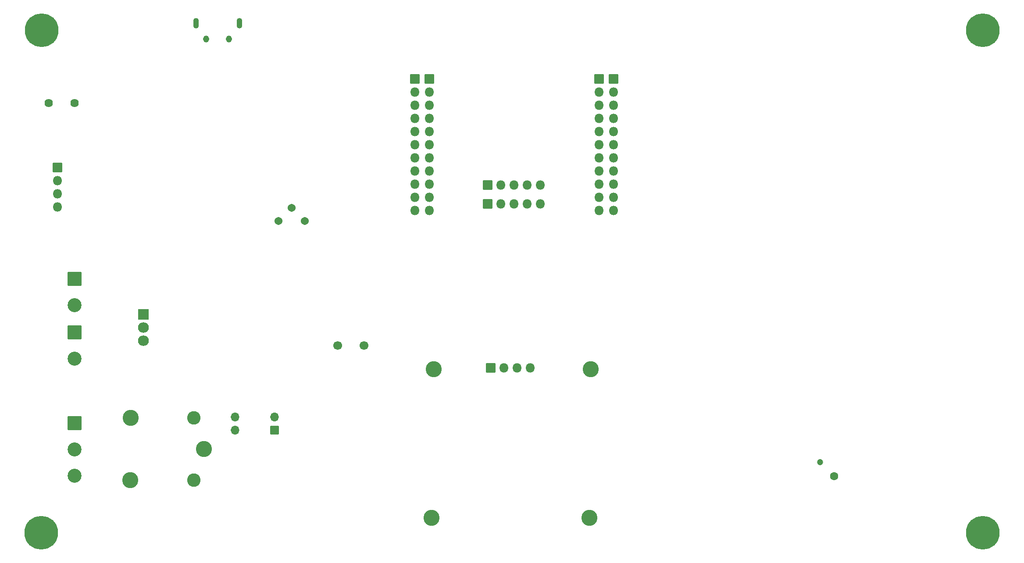
<source format=gbr>
%TF.GenerationSoftware,KiCad,Pcbnew,(6.0.0)*%
%TF.CreationDate,2022-02-10T18:09:30+01:00*%
%TF.ProjectId,ESP32IoTPlatform,45535033-3249-46f5-9450-6c6174666f72,rev?*%
%TF.SameCoordinates,Original*%
%TF.FileFunction,Soldermask,Bot*%
%TF.FilePolarity,Negative*%
%FSLAX46Y46*%
G04 Gerber Fmt 4.6, Leading zero omitted, Abs format (unit mm)*
G04 Created by KiCad (PCBNEW (6.0.0)) date 2022-02-10 18:09:30*
%MOMM*%
%LPD*%
G01*
G04 APERTURE LIST*
G04 Aperture macros list*
%AMRoundRect*
0 Rectangle with rounded corners*
0 $1 Rounding radius*
0 $2 $3 $4 $5 $6 $7 $8 $9 X,Y pos of 4 corners*
0 Add a 4 corners polygon primitive as box body*
4,1,4,$2,$3,$4,$5,$6,$7,$8,$9,$2,$3,0*
0 Add four circle primitives for the rounded corners*
1,1,$1+$1,$2,$3*
1,1,$1+$1,$4,$5*
1,1,$1+$1,$6,$7*
1,1,$1+$1,$8,$9*
0 Add four rect primitives between the rounded corners*
20,1,$1+$1,$2,$3,$4,$5,0*
20,1,$1+$1,$4,$5,$6,$7,0*
20,1,$1+$1,$6,$7,$8,$9,0*
20,1,$1+$1,$8,$9,$2,$3,0*%
G04 Aperture macros list end*
%ADD10RoundRect,0.050000X-1.000000X0.952500X-1.000000X-0.952500X1.000000X-0.952500X1.000000X0.952500X0*%
%ADD11O,2.100000X2.005000*%
%ADD12O,1.100000X2.000000*%
%ADD13O,1.150000X1.350000*%
%ADD14RoundRect,0.050000X-1.300000X1.300000X-1.300000X-1.300000X1.300000X-1.300000X1.300000X1.300000X0*%
%ADD15C,2.700000*%
%ADD16RoundRect,0.050000X0.800000X0.800000X-0.800000X0.800000X-0.800000X-0.800000X0.800000X-0.800000X0*%
%ADD17O,1.700000X1.700000*%
%ADD18RoundRect,0.050000X-0.850000X-0.850000X0.850000X-0.850000X0.850000X0.850000X-0.850000X0.850000X0*%
%ADD19O,1.800000X1.800000*%
%ADD20C,1.540000*%
%ADD21C,0.900000*%
%ADD22C,6.500000*%
%ADD23RoundRect,0.050000X0.850000X-0.850000X0.850000X0.850000X-0.850000X0.850000X-0.850000X-0.850000X0*%
%ADD24C,3.100000*%
%ADD25C,2.600000*%
%ADD26C,1.700000*%
%ADD27C,1.624000*%
%ADD28C,1.200000*%
%ADD29C,1.600000*%
G04 APERTURE END LIST*
D10*
%TO.C,Q3*%
X66655000Y-107260000D03*
D11*
X66655000Y-109800000D03*
X66655000Y-112340000D03*
%TD*%
D12*
%TO.C,J1*%
X76825000Y-51060000D03*
D13*
X78775000Y-54060000D03*
X83225000Y-54060000D03*
D12*
X85175000Y-51060000D03*
%TD*%
D14*
%TO.C,J2*%
X53423999Y-128222999D03*
D15*
X53423999Y-133302999D03*
X53423999Y-138382999D03*
%TD*%
D16*
%TO.C,U6*%
X92031999Y-129619999D03*
D17*
X92031999Y-127079999D03*
X84411999Y-127079999D03*
X84411999Y-129619999D03*
%TD*%
D18*
%TO.C,J5*%
X50113000Y-78943000D03*
D19*
X50113000Y-81483000D03*
X50113000Y-84023000D03*
X50113000Y-86563000D03*
%TD*%
D20*
%TO.C,RV1*%
X97873999Y-89233999D03*
X95333999Y-86693999D03*
X92793999Y-89233999D03*
%TD*%
D21*
%TO.C,H1*%
X45376943Y-54101055D03*
X48771055Y-50706943D03*
X49473999Y-52403999D03*
X47073999Y-50003999D03*
D22*
X47073999Y-52403999D03*
D21*
X47073999Y-54803999D03*
X48771055Y-54101055D03*
X45376943Y-50706943D03*
X44673999Y-52403999D03*
%TD*%
%TO.C,H2*%
X228760999Y-54803999D03*
D22*
X228760999Y-52403999D03*
D21*
X230458055Y-54101055D03*
X228760999Y-50003999D03*
X227063943Y-54101055D03*
X226360999Y-52403999D03*
X230458055Y-50706943D03*
X231160999Y-52403999D03*
X227063943Y-50706943D03*
%TD*%
%TO.C,H3*%
X48644055Y-151129055D03*
X45249943Y-147734943D03*
D22*
X46946999Y-149431999D03*
D21*
X46946999Y-151831999D03*
X46946999Y-147031999D03*
X48644055Y-147734943D03*
X49346999Y-149431999D03*
X44546999Y-149431999D03*
X45249943Y-151129055D03*
%TD*%
%TO.C,H4*%
X231160999Y-149431999D03*
X230458055Y-151129055D03*
X227063943Y-151129055D03*
X227063943Y-147734943D03*
X230458055Y-147734943D03*
X226360999Y-149431999D03*
X228760999Y-147031999D03*
D22*
X228760999Y-149431999D03*
D21*
X228760999Y-151831999D03*
%TD*%
D23*
%TO.C,J7*%
X133179999Y-82248999D03*
D19*
X135719999Y-82248999D03*
X138259999Y-82248999D03*
X140799999Y-82248999D03*
X143339999Y-82248999D03*
%TD*%
D23*
%TO.C,J8*%
X133179999Y-85931999D03*
D19*
X135719999Y-85931999D03*
X138259999Y-85931999D03*
X140799999Y-85931999D03*
X143339999Y-85931999D03*
%TD*%
D24*
%TO.C,K1*%
X78366799Y-133277599D03*
D25*
X76416799Y-139227599D03*
D24*
X64166799Y-139277599D03*
X64216799Y-127227599D03*
D25*
X76416799Y-127227599D03*
%TD*%
D24*
%TO.C,J6*%
X122313999Y-146507999D03*
X153047999Y-117805999D03*
X122743999Y-117805999D03*
X152793999Y-146507999D03*
D23*
X133743999Y-117551999D03*
D19*
X136283999Y-117551999D03*
X138823999Y-117551999D03*
X141363999Y-117551999D03*
%TD*%
D14*
%TO.C,J4*%
X53423999Y-110696999D03*
D15*
X53423999Y-115776999D03*
%TD*%
D14*
%TO.C,J3*%
X53423999Y-100409999D03*
D15*
X53423999Y-105489999D03*
%TD*%
D26*
%TO.C,R19*%
X109303999Y-113236999D03*
X104223999Y-113236999D03*
%TD*%
D27*
%TO.C,BZ1*%
X48423000Y-66452000D03*
X53423000Y-66452000D03*
%TD*%
D18*
%TO.C,J9*%
X121876999Y-61801999D03*
D19*
X121876999Y-64341999D03*
X121876999Y-66881999D03*
X121876999Y-69421999D03*
X121876999Y-71961999D03*
X121876999Y-74501999D03*
X121876999Y-77041999D03*
X121876999Y-79581999D03*
X121876999Y-82121999D03*
X121876999Y-84661999D03*
X121876999Y-87201999D03*
%TD*%
D18*
%TO.C,J11*%
X119082999Y-61801999D03*
D19*
X119082999Y-64341999D03*
X119082999Y-66881999D03*
X119082999Y-69421999D03*
X119082999Y-71961999D03*
X119082999Y-74501999D03*
X119082999Y-77041999D03*
X119082999Y-79581999D03*
X119082999Y-82121999D03*
X119082999Y-84661999D03*
X119082999Y-87201999D03*
%TD*%
D18*
%TO.C,J10*%
X154642999Y-61801999D03*
D19*
X154642999Y-64341999D03*
X154642999Y-66881999D03*
X154642999Y-69421999D03*
X154642999Y-71961999D03*
X154642999Y-74501999D03*
X154642999Y-77041999D03*
X154642999Y-79581999D03*
X154642999Y-82121999D03*
X154642999Y-84661999D03*
X154642999Y-87201999D03*
%TD*%
D18*
%TO.C,J12*%
X157436999Y-61801999D03*
D19*
X157436999Y-64341999D03*
X157436999Y-66881999D03*
X157436999Y-69421999D03*
X157436999Y-71961999D03*
X157436999Y-74501999D03*
X157436999Y-77041999D03*
X157436999Y-79581999D03*
X157436999Y-82121999D03*
X157436999Y-84661999D03*
X157436999Y-87201999D03*
%TD*%
D28*
%TO.C,T1*%
X197347496Y-135783496D03*
D29*
X200034502Y-138470502D03*
%TD*%
M02*

</source>
